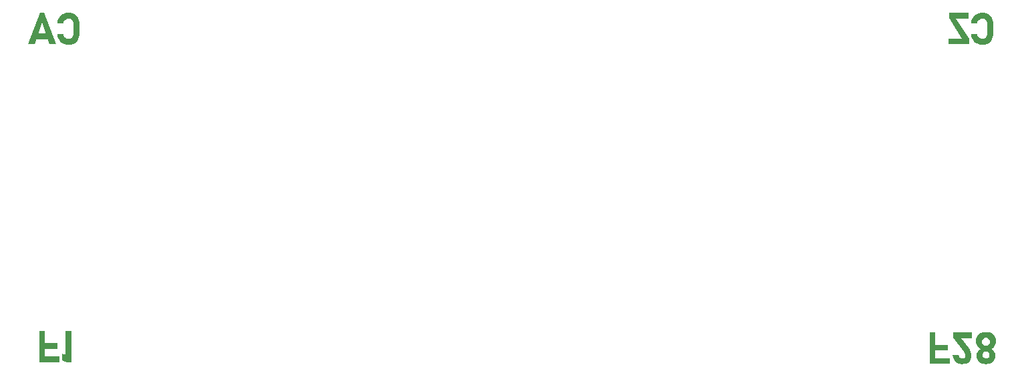
<source format=gbo>
%TF.GenerationSoftware,KiCad,Pcbnew,9.0.1*%
%TF.CreationDate,2025-08-01T20:54:44+02:00*%
%TF.ProjectId,monaco-gp-28,6d6f6e61-636f-42d6-9770-2d32382e6b69,rev?*%
%TF.SameCoordinates,Original*%
%TF.FileFunction,Legend,Bot*%
%TF.FilePolarity,Positive*%
%FSLAX46Y46*%
G04 Gerber Fmt 4.6, Leading zero omitted, Abs format (unit mm)*
G04 Created by KiCad (PCBNEW 9.0.1) date 2025-08-01 20:54:44*
%MOMM*%
%LPD*%
G01*
G04 APERTURE LIST*
%ADD10C,1.000000*%
%ADD11R,2.540000X12.000000*%
G04 APERTURE END LIST*
D10*
G36*
X2717194Y-56340000D02*
G01*
X2717194Y-60310411D01*
X3465799Y-60310411D01*
X3465799Y-56340000D01*
X2717194Y-56340000D01*
G37*
G36*
X2990502Y-57918785D02*
G01*
X2990502Y-58641744D01*
X5026022Y-58641744D01*
X5026022Y-57918785D01*
X2990502Y-57918785D01*
G37*
G36*
X2990502Y-59587452D02*
G01*
X2990502Y-60310411D01*
X5326685Y-60310411D01*
X5326685Y-59587452D01*
X2990502Y-59587452D01*
G37*
G36*
X6833907Y-60310411D02*
G01*
X6833907Y-56340000D01*
X6085059Y-56340000D01*
X6085059Y-59430648D01*
X5601458Y-59247466D01*
X5601458Y-60042721D01*
X6194480Y-60310411D01*
X6833907Y-60310411D01*
G37*
G36*
X6427501Y-20022986D02*
G01*
X6727604Y-20002145D01*
X6984406Y-19943167D01*
X7204926Y-19849574D01*
X7402004Y-19716235D01*
X7564523Y-19548867D01*
X7695366Y-19343747D01*
X7786717Y-19116291D01*
X7844447Y-18851189D01*
X7864870Y-18541409D01*
X7864870Y-17450865D01*
X7844381Y-17139248D01*
X7786592Y-16873842D01*
X7695366Y-16647306D01*
X7564641Y-16442879D01*
X7402130Y-16275466D01*
X7204926Y-16141479D01*
X6984316Y-16047066D01*
X6727521Y-15987606D01*
X6427501Y-15966601D01*
X6180289Y-15985332D01*
X5958125Y-16039595D01*
X5756811Y-16128046D01*
X5573930Y-16250186D01*
X5412230Y-16404804D01*
X5270280Y-16595282D01*
X5158396Y-16806248D01*
X5068934Y-17052325D01*
X5003811Y-17338757D01*
X5780014Y-17338757D01*
X5837501Y-17150578D01*
X5915325Y-17001946D01*
X6017709Y-16878929D01*
X6136608Y-16790676D01*
X6272789Y-16735710D01*
X6427501Y-16716915D01*
X6628591Y-16740066D01*
X6787962Y-16804791D01*
X6915254Y-16909378D01*
X7007937Y-17047521D01*
X7067129Y-17224510D01*
X7088667Y-17451353D01*
X7088667Y-18540921D01*
X7067100Y-18767750D01*
X7007890Y-18944282D01*
X6915254Y-19081674D01*
X6788076Y-19185398D01*
X6628709Y-19249668D01*
X6427501Y-19272672D01*
X6270053Y-19254158D01*
X6133288Y-19200393D01*
X6012288Y-19110495D01*
X5914788Y-18992818D01*
X5836858Y-18841958D01*
X5780014Y-18650830D01*
X5003811Y-18650830D01*
X5070482Y-18935338D01*
X5160869Y-19181042D01*
X5273211Y-19392840D01*
X5415020Y-19584357D01*
X5576173Y-19739503D01*
X5758033Y-19861786D01*
X5958551Y-19950060D01*
X6180288Y-20004261D01*
X6427501Y-20022986D01*
G37*
G36*
X4867035Y-19980000D02*
G01*
X3347844Y-16009588D01*
X2872303Y-16009588D01*
X1353113Y-19980000D01*
X2159114Y-19980000D01*
X3110196Y-17268415D01*
X4061033Y-19980000D01*
X4867035Y-19980000D01*
G37*
G36*
X4137481Y-19339106D02*
G01*
X4137481Y-18616147D01*
X2047251Y-18616147D01*
X2047251Y-19339106D01*
X4137481Y-19339106D01*
G37*
G36*
X122257501Y-20022986D02*
G01*
X122557604Y-20002145D01*
X122814406Y-19943167D01*
X123034926Y-19849574D01*
X123232004Y-19716235D01*
X123394523Y-19548867D01*
X123525366Y-19343747D01*
X123616717Y-19116291D01*
X123674447Y-18851189D01*
X123694870Y-18541409D01*
X123694870Y-17450865D01*
X123674381Y-17139248D01*
X123616592Y-16873842D01*
X123525366Y-16647306D01*
X123394641Y-16442879D01*
X123232130Y-16275466D01*
X123034926Y-16141479D01*
X122814316Y-16047066D01*
X122557521Y-15987606D01*
X122257501Y-15966601D01*
X122010289Y-15985332D01*
X121788124Y-16039595D01*
X121586810Y-16128046D01*
X121403929Y-16250186D01*
X121242229Y-16404804D01*
X121100279Y-16595282D01*
X120988395Y-16806248D01*
X120898933Y-17052325D01*
X120833810Y-17338757D01*
X121610013Y-17338757D01*
X121667500Y-17150578D01*
X121745324Y-17001946D01*
X121847709Y-16878929D01*
X121966608Y-16790676D01*
X122102789Y-16735710D01*
X122257501Y-16716915D01*
X122458591Y-16740066D01*
X122617962Y-16804791D01*
X122745254Y-16909378D01*
X122837937Y-17047521D01*
X122897129Y-17224510D01*
X122918667Y-17451353D01*
X122918667Y-18540921D01*
X122897100Y-18767750D01*
X122837890Y-18944282D01*
X122745254Y-19081674D01*
X122618076Y-19185398D01*
X122458709Y-19249668D01*
X122257501Y-19272672D01*
X122100053Y-19254158D01*
X121963288Y-19200393D01*
X121842288Y-19110495D01*
X121744787Y-18992818D01*
X121666857Y-18841958D01*
X121610013Y-18650830D01*
X120833810Y-18650830D01*
X120900481Y-18935338D01*
X120990868Y-19181042D01*
X121103210Y-19392840D01*
X121245019Y-19584357D01*
X121406172Y-19739503D01*
X121588032Y-19861786D01*
X121788550Y-19950060D01*
X122010288Y-20004261D01*
X122257501Y-20022986D01*
G37*
G36*
X118063119Y-16009588D02*
G01*
X118063119Y-16683210D01*
X119697103Y-19257041D01*
X118008408Y-19257041D01*
X118008408Y-19980000D01*
X120587857Y-19980000D01*
X120587857Y-19306378D01*
X118953872Y-16732547D01*
X120538764Y-16732547D01*
X120538764Y-16009588D01*
X118063119Y-16009588D01*
G37*
G36*
X115577194Y-56540000D02*
G01*
X115577194Y-60510411D01*
X116325799Y-60510411D01*
X116325799Y-56540000D01*
X115577194Y-56540000D01*
G37*
G36*
X115850502Y-58118785D02*
G01*
X115850502Y-58841744D01*
X117886022Y-58841744D01*
X117886022Y-58118785D01*
X115850502Y-58118785D01*
G37*
G36*
X115850502Y-59787452D02*
G01*
X115850502Y-60510411D01*
X118186685Y-60510411D01*
X118186685Y-59787452D01*
X115850502Y-59787452D01*
G37*
G36*
X118565261Y-56540000D02*
G01*
X118565261Y-57216308D01*
X119928869Y-59009050D01*
X120012043Y-59132525D01*
X120072240Y-59256224D01*
X120110878Y-59382366D01*
X120122798Y-59492651D01*
X120122798Y-59498269D01*
X120095653Y-59643848D01*
X120018995Y-59746908D01*
X119899919Y-59810478D01*
X119723949Y-59834347D01*
X119607038Y-59820265D01*
X119508661Y-59779825D01*
X119424508Y-59712714D01*
X119360005Y-59625200D01*
X119312559Y-59512249D01*
X119284068Y-59367599D01*
X119284068Y-59364912D01*
X118516168Y-59364912D01*
X118516168Y-59367599D01*
X118556176Y-59648255D01*
X118631383Y-59883369D01*
X118738781Y-60080499D01*
X118878136Y-60245408D01*
X119048875Y-60379828D01*
X119242627Y-60476520D01*
X119463806Y-60536387D01*
X119718332Y-60557306D01*
X119999903Y-60537953D01*
X120233065Y-60483982D01*
X120426159Y-60399686D01*
X120585882Y-60286685D01*
X120717461Y-60141518D01*
X120812631Y-59969510D01*
X120872251Y-59765265D01*
X120893384Y-59521228D01*
X120893384Y-59518541D01*
X120870057Y-59250158D01*
X120799106Y-58981207D01*
X120685567Y-58726485D01*
X120535324Y-58498583D01*
X119557131Y-57262958D01*
X120915366Y-57262958D01*
X120915366Y-56540000D01*
X118565261Y-56540000D01*
G37*
G36*
X122986168Y-56509343D02*
G01*
X123205513Y-56555722D01*
X123398583Y-56629881D01*
X123575337Y-56735262D01*
X123720838Y-56863518D01*
X123838464Y-57016029D01*
X123924444Y-57188214D01*
X123977218Y-57381104D01*
X123995512Y-57599281D01*
X123995512Y-57664982D01*
X123977151Y-57859237D01*
X123922201Y-58045298D01*
X123828939Y-58226252D01*
X123705046Y-58387896D01*
X123558285Y-58519396D01*
X123386371Y-58623147D01*
X123535354Y-58709757D01*
X123662125Y-58817490D01*
X123768855Y-58947745D01*
X123849964Y-59094566D01*
X123897711Y-59246597D01*
X123913691Y-59406678D01*
X123913691Y-59510725D01*
X123892321Y-59742382D01*
X123831075Y-59942563D01*
X123731472Y-60117383D01*
X123591290Y-60271053D01*
X123423002Y-60392787D01*
X123227931Y-60481768D01*
X123001056Y-60537610D01*
X122735952Y-60557306D01*
X122470848Y-60537610D01*
X122243973Y-60481768D01*
X122048903Y-60392787D01*
X121880614Y-60271053D01*
X121740432Y-60117383D01*
X121640829Y-59942563D01*
X121579583Y-59742382D01*
X121558213Y-59510725D01*
X121558213Y-59406678D01*
X121561812Y-59370774D01*
X122307062Y-59370774D01*
X122307062Y-59412051D01*
X122321106Y-59535017D01*
X122360870Y-59635680D01*
X122425764Y-59719064D01*
X122511292Y-59782079D01*
X122613447Y-59820727D01*
X122736929Y-59834347D01*
X122860381Y-59820700D01*
X122962095Y-59782034D01*
X123046873Y-59719064D01*
X123111465Y-59635794D01*
X123150938Y-59535958D01*
X123164842Y-59414738D01*
X123164842Y-59376392D01*
X123150785Y-59243936D01*
X123111218Y-59135969D01*
X123047362Y-59047152D01*
X122962118Y-58979476D01*
X122860274Y-58938285D01*
X122736929Y-58923810D01*
X122613393Y-58938269D01*
X122511121Y-58979453D01*
X122425275Y-59047152D01*
X122360735Y-59135908D01*
X122321062Y-59242149D01*
X122307062Y-59370774D01*
X121561812Y-59370774D01*
X121573900Y-59250190D01*
X121621043Y-59099497D01*
X121701584Y-58951898D01*
X121807333Y-58820225D01*
X121931999Y-58711150D01*
X122077473Y-58623147D01*
X121907276Y-58519441D01*
X121762217Y-58387964D01*
X121640034Y-58226252D01*
X121548480Y-58045467D01*
X121494457Y-57859381D01*
X121480001Y-57703817D01*
X122224996Y-57703817D01*
X122224996Y-57744849D01*
X122241358Y-57875407D01*
X122288113Y-57983200D01*
X122365680Y-58073600D01*
X122465930Y-58140445D01*
X122587535Y-58182115D01*
X122736196Y-58196943D01*
X122884689Y-58182115D01*
X123006130Y-58140446D01*
X123106224Y-58073600D01*
X123183935Y-57983264D01*
X123230620Y-57876303D01*
X123246908Y-57747536D01*
X123246908Y-57709190D01*
X123230395Y-57567320D01*
X123183397Y-57449985D01*
X123106224Y-57351618D01*
X123005073Y-57277669D01*
X122883481Y-57232151D01*
X122735708Y-57216064D01*
X122587991Y-57231996D01*
X122466473Y-57277050D01*
X122365436Y-57350153D01*
X122288340Y-57447552D01*
X122241456Y-57563604D01*
X122224996Y-57703817D01*
X121480001Y-57703817D01*
X121476392Y-57664982D01*
X121476392Y-57599281D01*
X121494686Y-57381104D01*
X121547460Y-57188214D01*
X121633440Y-57016029D01*
X121751066Y-56863518D01*
X121896567Y-56735262D01*
X122073321Y-56629881D01*
X122266391Y-56555722D01*
X122485736Y-56509343D01*
X122735952Y-56493105D01*
X122986168Y-56509343D01*
G37*
%LPC*%
D11*
%TO.C,C1*%
X9210000Y-6860000D03*
X13170000Y-6860000D03*
X17130000Y-6860000D03*
X21090000Y-6860000D03*
X25050000Y-6860000D03*
X29010000Y-6860000D03*
X32970000Y-6860000D03*
X36930000Y-6860000D03*
X40890000Y-6860000D03*
X44850000Y-6860000D03*
X48810000Y-6860000D03*
X52770000Y-6860000D03*
X56730000Y-6860000D03*
X60690000Y-6860000D03*
X64650000Y-6860000D03*
X68610000Y-6860000D03*
X72570000Y-6860000D03*
X76530000Y-6860000D03*
X80490000Y-6860000D03*
X84450000Y-6860000D03*
X88410000Y-6860000D03*
X92370000Y-6860000D03*
X96330000Y-6860000D03*
X100290000Y-6860000D03*
X104250000Y-6860000D03*
X108210000Y-6860000D03*
X112170000Y-6860000D03*
X116130000Y-6860000D03*
%TD*%
%TO.C,F1*%
X9213000Y-68660000D03*
X13173000Y-68660000D03*
X17133000Y-68660000D03*
X21093000Y-68660000D03*
X25053000Y-68660000D03*
X29013000Y-68660000D03*
X32973000Y-68660000D03*
X36933000Y-68660000D03*
X40893000Y-68660000D03*
X44853000Y-68660000D03*
X48813000Y-68660000D03*
X52773000Y-68660000D03*
X56733000Y-68660000D03*
X60693000Y-68660000D03*
X64653000Y-68660000D03*
X68613000Y-68660000D03*
X72573000Y-68660000D03*
X76533000Y-68660000D03*
X80493000Y-68660000D03*
X84453000Y-68660000D03*
X88413000Y-68660000D03*
X92373000Y-68660000D03*
X96333000Y-68660000D03*
X100293000Y-68660000D03*
X104253000Y-68660000D03*
X108213000Y-68660000D03*
X112173000Y-68660000D03*
X116133000Y-68660000D03*
%TD*%
%LPD*%
M02*

</source>
